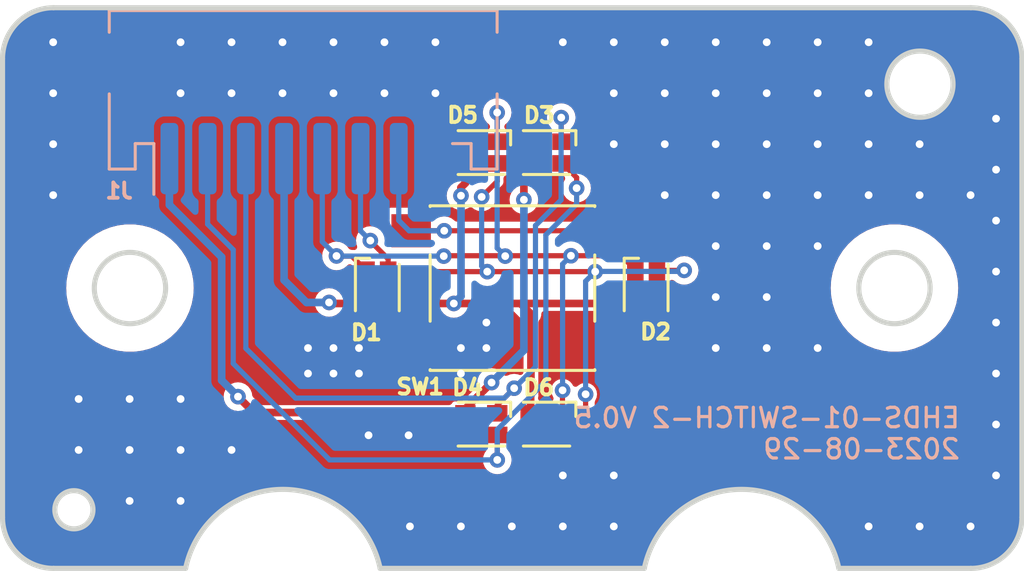
<source format=kicad_pcb>
(kicad_pcb (version 20221018) (generator pcbnew)
  (title_block (title "EHDS-01-Switch-2") (date "2024-01-18") (rev "V0.5") (company "Ovobot") (comment 1 "EHDS-01 Switch-2副板，V0.5，40x22x1.2mm ，FR4，2层，绿油白字，无铅喷锡"))
  (layers (0 "F.Cu" signal) (31 "B.Cu" signal) (34 "B.Paste" user) (35 "F.Paste" user) (36 "B.SilkS" user "B.Silkscreen") (37 "F.SilkS" user "F.Silkscreen") (38 "B.Mask" user) (39 "F.Mask" user) (44 "Edge.Cuts" user))
  (net 0 "")
  (net 1 "GND")
  (net 2 "/CHG_ON_LED")
  (net 3 "/CHG_DONE_LED")
  (net 4 "+3V3")
  (net 5 "/LED_BLUE")
  (net 6 "/LED_RED")
  (net 7 "/IR_OUT")
  (net 8 "VPP")
  (footprint "Ovo_LED_SMD:LED_Dual_1.6x1.5mm" (layer "F.Cu") (at 138.722199 94.387)
    (fp_text reference "D4" (at -0.538 -1.436 unlocked) (layer "F.SilkS") (effects (font (size 0.6 0.6))))
    (fp_text value "LED_Dual_Orange_Green_AKAK")
    (fp_line (start -0.91 -0.86) (end 1.15 -0.86) (stroke (width 0.12)) (layer "F.SilkS"))
    (fp_line (start -0.91 0.86) (end 0.91 0.86) (stroke (width 0.12)) (layer "F.SilkS"))
    (fp_line (start 1.15 -0.86) (end 1.15 -0.3) (stroke (width 0.12)) (layer "F.SilkS"))
    (pad "1" smd rect (at -0.625 0.425) (size 0.8 0.65) (layers "F.Cu" "F.Paste" "F.Mask") (net 8 "VPP"))
    (pad "2" smd rect (at 0.625 0.425) (size 0.8 0.65) (layers "F.Cu" "F.Paste" "F.Mask") (net 2 "/CHG_ON_LED"))
    (pad "3" smd rect (at -0.625 -0.425) (size 0.8 0.65) (layers "F.Cu" "F.Paste" "F.Mask") (net 8 "VPP"))
    (pad "4" smd rect (at 0.625 -0.425) (size 0.8 0.65) (layers "F.Cu" "F.Paste" "F.Mask") (net 3 "/CHG_DONE_LED"))
  )
  (footprint "Ovo_LED_SMD:LED_Dual_1.6x1.5mm" (layer "F.Cu") (at 145.190199 89.028 90)
    (fp_text reference "D2" (at -1.737 0.371 unlocked) (layer "F.SilkS") (effects (font (size 0.6 0.6))))
    (fp_text value "LED_Dual_Red_Blue_AKAK")
    (fp_line (start -0.91 -0.86) (end 1.15 -0.86) (stroke (width 0.12)) (layer "F.SilkS"))
    (fp_line (start -0.91 0.86) (end 0.91 0.86) (stroke (width 0.12)) (layer "F.SilkS"))
    (fp_line (start 1.15 -0.86) (end 1.15 -0.3) (stroke (width 0.12)) (layer "F.SilkS"))
    (pad "1" smd rect (at -0.625 0.425 90) (size 0.8 0.65) (layers "F.Cu" "F.Paste" "F.Mask") (net 4 "+3V3"))
    (pad "2" smd rect (at 0.625 0.425 90) (size 0.8 0.65) (layers "F.Cu" "F.Paste" "F.Mask") (net 6 "/LED_RED"))
    (pad "3" smd rect (at -0.625 -0.425 90) (size 0.8 0.65) (layers "F.Cu" "F.Paste" "F.Mask") (net 4 "+3V3"))
    (pad "4" smd rect (at 0.625 -0.425 90) (size 0.8 0.65) (layers "F.Cu" "F.Paste" "F.Mask") (net 5 "/LED_BLUE"))
  )
  (footprint "Ovo_LED_SMD:LED_Dual_1.6x1.5mm" (layer "F.Cu") (at 141.282199 94.387)
    (fp_text reference "D6" (at -0.304 -1.436 unlocked) (layer "F.SilkS") (effects (font (size 0.6 0.6))))
    (fp_text value "LED_Dual_Red_Blue_AKAK")
    (fp_line (start -0.91 -0.86) (end 1.15 -0.86) (stroke (width 0.12)) (layer "F.SilkS"))
    (fp_line (start -0.91 0.86) (end 0.91 0.86) (stroke (width 0.12)) (layer "F.SilkS"))
    (fp_line (start 1.15 -0.86) (end 1.15 -0.3) (stroke (width 0.12)) (layer "F.SilkS"))
    (pad "1" smd rect (at -0.625 0.425) (size 0.8 0.65) (layers "F.Cu" "F.Paste" "F.Mask") (net 4 "+3V3"))
    (pad "2" smd rect (at 0.625 0.425) (size 0.8 0.65) (layers "F.Cu" "F.Paste" "F.Mask") (net 6 "/LED_RED"))
    (pad "3" smd rect (at -0.625 -0.425) (size 0.8 0.65) (layers "F.Cu" "F.Paste" "F.Mask") (net 4 "+3V3"))
    (pad "4" smd rect (at 0.625 -0.425) (size 0.8 0.65) (layers "F.Cu" "F.Paste" "F.Mask") (net 5 "/LED_BLUE"))
  )
  (footprint "Button_Switch_SMD:SW_Push_1P1T_NO_6x6mm_H9.5mm" (layer "F.Cu") (at 139.944199 89.0488 180)
    (fp_text reference "SW1" (at 3.622 -3.8732) (layer "F.SilkS") (effects (font (size 0.6 0.6))))
    (fp_text value "6x6x5mm")
    (fp_line (start -3.23 -3.23) (end 3.23 -3.23) (stroke (width 0.12)) (layer "F.SilkS"))
    (fp_line (start -3.23 -3.2) (end -3.23 -3.23) (stroke (width 0.12)) (layer "F.SilkS"))
    (fp_line (start -3.23 -1.3) (end -3.23 1.3) (stroke (width 0.12)) (layer "F.SilkS"))
    (fp_line (start -3.23 3.23) (end -3.23 3.2) (stroke (width 0.12)) (layer "F.SilkS"))
    (fp_line (start -3.23 3.23) (end 3.23 3.23) (stroke (width 0.12)) (layer "F.SilkS"))
    (fp_line (start 3.23 -3.23) (end 3.23 -3.2) (stroke (width 0.12)) (layer "F.SilkS"))
    (fp_line (start 3.23 -1.3) (end 3.23 1.3) (stroke (width 0.12)) (layer "F.SilkS"))
    (fp_line (start 3.23 3.23) (end 3.23 3.2) (stroke (width 0.12)) (layer "F.SilkS"))
    (pad "1" smd rect (at -3.975 -2.25 180) (size 1.55 1.3) (layers "F.Cu" "F.Paste" "F.Mask") (net 1 "GND"))
    (pad "1" smd rect (at 3.975 -2.25 180) (size 1.55 1.3) (layers "F.Cu" "F.Paste" "F.Mask") (net 1 "GND"))
    (pad "2" smd rect (at -3.975 2.25 180) (size 1.55 1.3) (layers "F.Cu" "F.Paste" "F.Mask") (net 7 "/IR_OUT"))
    (pad "2" smd rect (at 3.975 2.25 180) (size 1.55 1.3) (layers "F.Cu" "F.Paste" "F.Mask") (net 7 "/IR_OUT"))
  )
  (footprint "Ovo_LED_SMD:LED_Dual_1.6x1.5mm" (layer "F.Cu") (at 134.641199 89.028 90)
    (fp_text reference "D1" (at -1.767 -0.429 unlocked) (layer "F.SilkS") (effects (font (size 0.6 0.6))))
    (fp_text value "LED_Dual_Red_Blue_AKAK")
    (fp_line (start -0.91 -0.86) (end 1.15 -0.86) (stroke (width 0.12)) (layer "F.SilkS"))
    (fp_line (start -0.91 0.86) (end 0.91 0.86) (stroke (width 0.12)) (layer "F.SilkS"))
    (fp_line (start 1.15 -0.86) (end 1.15 -0.3) (stroke (width 0.12)) (layer "F.SilkS"))
    (pad "1" smd rect (at -0.625 0.425 90) (size 0.8 0.65) (layers "F.Cu" "F.Paste" "F.Mask") (net 4 "+3V3"))
    (pad "2" smd rect (at 0.625 0.425 90) (size 0.8 0.65) (layers "F.Cu" "F.Paste" "F.Mask") (net 6 "/LED_RED"))
    (pad "3" smd rect (at -0.625 -0.425 90) (size 0.8 0.65) (layers "F.Cu" "F.Paste" "F.Mask") (net 4 "+3V3"))
    (pad "4" smd rect (at 0.625 -0.425 90) (size 0.8 0.65) (layers "F.Cu" "F.Paste" "F.Mask") (net 5 "/LED_BLUE"))
  )
  (footprint "Ovo_LED_SMD:LED_Dual_1.6x1.5mm" (layer "F.Cu") (at 141.282199 83.731)
    (fp_text reference "D3" (at -0.291 -1.464 unlocked) (layer "F.SilkS") (effects (font (size 0.6 0.6))))
    (fp_text value "LED_Dual_Orange_Green_AKAK")
    (fp_line (start -0.91 -0.86) (end 1.15 -0.86) (stroke (width 0.12)) (layer "F.SilkS"))
    (fp_line (start -0.91 0.86) (end 0.91 0.86) (stroke (width 0.12)) (layer "F.SilkS"))
    (fp_line (start 1.15 -0.86) (end 1.15 -0.3) (stroke (width 0.12)) (layer "F.SilkS"))
    (pad "1" smd rect (at -0.625 0.425) (size 0.8 0.65) (layers "F.Cu" "F.Paste" "F.Mask") (net 8 "VPP"))
    (pad "2" smd rect (at 0.625 0.425) (size 0.8 0.65) (layers "F.Cu" "F.Paste" "F.Mask") (net 2 "/CHG_ON_LED"))
    (pad "3" smd rect (at -0.625 -0.425) (size 0.8 0.65) (layers "F.Cu" "F.Paste" "F.Mask") (net 8 "VPP"))
    (pad "4" smd rect (at 0.625 -0.425) (size 0.8 0.65) (layers "F.Cu" "F.Paste" "F.Mask") (net 3 "/CHG_DONE_LED"))
  )
  (footprint "Ovo_LED_SMD:LED_Dual_1.6x1.5mm" (layer "F.Cu") (at 138.722199 83.731)
    (fp_text reference "D5" (at -0.732 -1.47 unlocked) (layer "F.SilkS") (effects (font (size 0.6 0.6) (thickness 0.15) bold)))
    (fp_text value "LED_Dual_Red_Blue_AKAK")
    (fp_line (start -0.91 -0.86) (end 1.15 -0.86) (stroke (width 0.12)) (layer "F.SilkS"))
    (fp_line (start -0.91 0.86) (end 0.91 0.86) (stroke (width 0.12)) (layer "F.SilkS"))
    (fp_line (start 1.15 -0.86) (end 1.15 -0.3) (stroke (width 0.12)) (layer "F.SilkS"))
    (pad "1" smd rect (at -0.625 0.425) (size 0.8 0.65) (layers "F.Cu" "F.Paste" "F.Mask") (net 4 "+3V3"))
    (pad "2" smd rect (at 0.625 0.425) (size 0.8 0.65) (layers "F.Cu" "F.Paste" "F.Mask") (net 6 "/LED_RED"))
    (pad "3" smd rect (at -0.625 -0.425) (size 0.8 0.65) (layers "F.Cu" "F.Paste" "F.Mask") (net 4 "+3V3"))
    (pad "4" smd rect (at 0.625 -0.425) (size 0.8 0.65) (layers "F.Cu" "F.Paste" "F.Mask") (net 5 "/LED_BLUE"))
  )
  (footprint "Ovo_Connector_JST:JST_ZH_S8B-ZR-SM4-TF_1x08-1MP_P1.50mm_Horizontal" (layer "B.Cu") (at 131.732199 82.3188)
    (fp_text reference "J1" (at -7.222 2.9162) (layer "B.SilkS") (effects (font (size 0.6 0.6)) (justify mirror)))
    (fp_text value "ZH1.5MM/8AWSMT")
    (fp_line (start -7.61 -4.16) (end 7.61 -4.16) (stroke (width 0.12)) (layer "B.SilkS"))
    (fp_line (start -7.61 -3.31) (end -7.61 -4.16) (stroke (width 0.12)) (layer "B.SilkS"))
    (fp_line (start -7.61 -0.89) (end -7.61 2.06) (stroke (width 0.12)) (layer "B.SilkS"))
    (fp_line (start -7.61 2.06) (end -6.59 2.06) (stroke (width 0.12)) (layer "B.SilkS"))
    (fp_line (start -6.59 1.06) (end -5.86 1.06) (stroke (width 0.12)) (layer "B.SilkS"))
    (fp_line (start -6.59 2.06) (end -6.59 1.06) (stroke (width 0.12)) (layer "B.SilkS"))
    (fp_line (start -5.86 1.06) (end -5.86 3.05) (stroke (width 0.12)) (layer "B.SilkS"))
    (fp_line (start 6.59 1.06) (end 5.86 1.06) (stroke (width 0.12)) (layer "B.SilkS"))
    (fp_line (start 6.59 2.06) (end 6.59 1.06) (stroke (width 0.12)) (layer "B.SilkS"))
    (fp_line (start 7.61 -4.16) (end 7.61 -3.31) (stroke (width 0.12)) (layer "B.SilkS"))
    (fp_line (start 7.61 -0.89) (end 7.61 2.06) (stroke (width 0.12)) (layer "B.SilkS"))
    (fp_line (start 7.61 2.06) (end 6.59 2.06) (stroke (width 0.12)) (layer "B.SilkS"))
    (pad "1" smd roundrect (at -5.25 1.65) (size 0.7 2.8) (layers "B.Cu" "B.Paste" "B.Mask") (net 8 "VPP"))
    (pad "2" smd roundrect (at -3.75 1.65) (size 0.7 2.8) (layers "B.Cu" "B.Paste" "B.Mask") (net 2 "/CHG_ON_LED"))
    (pad "3" smd roundrect (at -2.25 1.65) (size 0.7 2.8) (layers "B.Cu" "B.Paste" "B.Mask") (net 3 "/CHG_DONE_LED"))
    (pad "4" smd roundrect (at -0.75 1.65) (size 0.7 2.8) (layers "B.Cu" "B.Paste" "B.Mask") (net 4 "+3V3"))
    (pad "5" smd roundrect (at 0.75 1.65) (size 0.7 2.8) (layers "B.Cu" "B.Paste" "B.Mask") (net 5 "/LED_BLUE"))
    (pad "6" smd roundrect (at 2.25 1.65) (size 0.7 2.8) (layers "B.Cu" "B.Paste" "B.Mask") (net 6 "/LED_RED"))
    (pad "7" smd roundrect (at 3.75 1.65) (size 0.7 2.8) (layers "B.Cu" "B.Paste" "B.Mask") (net 7 "/IR_OUT"))
    (pad "8" smd roundrect (at 5.25 1.65) (size 0.7 2.8) (layers "B.Cu" "B.Paste" "B.Mask") (net 1 "GND"))
    (pad "MP" smd roundrect (at -7.2 -2.1) (size 1.1 1.9) (layers "B.Cu" "B.Paste" "B.Mask") (roundrect_rratio 0.2272727273) (net 1 "GND"))
    (pad "MP" smd roundrect (at 7.2 -2.1) (size 1.1 1.9) (layers "B.Cu" "B.Paste" "B.Mask") (roundrect_rratio 0.2272727273) (net 1 "GND"))
  )
  (gr_line (start 157.934933 78.047) (end 121.934933 78.047) (stroke (width 0.2)) (layer "Edge.Cuts"))
  (gr_arc (start 157.934933 78.047) (mid 159.349125 78.632798) (end 159.934933 80.047) (stroke (width 0.2)) (layer "Edge.Cuts"))
  (gr_arc (start 159.934933 98.047) (mid 159.349149 99.461226) (end 157.934933 100.047) (stroke (width 0.2)) (layer "Edge.Cuts"))
  (gr_arc (start 119.934933 80.047) (mid 120.520721 78.632798) (end 121.934933 78.047) (stroke (width 0.2)) (layer "Edge.Cuts"))
  (gr_circle (center 155.934933 81.047) (end 157.234933 81.047) (stroke (width 0.2)) (fill none) (layer "Edge.Cuts"))
  (gr_circle (center 122.734933 97.747) (end 123.484933 97.747) (stroke (width 0.2)) (fill none) (layer "Edge.Cuts"))
  (gr_line (start 134.752 100.047) (end 145.117866 100.047) (stroke (width 0.2)) (layer "Edge.Cuts"))
  (gr_line (start 159.934933 98.047) (end 159.934933 80.047) (stroke (width 0.2)) (layer "Edge.Cuts"))
  (gr_arc (start 145.117866 100.047) (mid 148.934933 96.947) (end 152.752 100.047) (stroke (width 0.2)) (layer "Edge.Cuts"))
  (gr_circle (center 154.934933 89.047) (end 156.334933 89.047) (stroke (width 0.2)) (fill none) (layer "Edge.Cuts"))
  (gr_arc (start 127.117866 100.047) (mid 130.934933 96.947) (end 134.752 100.047) (stroke (width 0.2)) (layer "Edge.Cuts"))
  (gr_line (start 119.934933 80.047) (end 119.934933 98.047) (stroke (width 0.2)) (layer "Edge.Cuts"))
  (gr_line (start 121.934933 100.047) (end 127.117866 100.047) (stroke (width 0.2)) (layer "Edge.Cuts"))
  (gr_circle (center 124.934933 89.047) (end 126.334933 89.047) (stroke (width 0.2)) (fill none) (layer "Edge.Cuts"))
  (gr_line (start 152.752 100.047) (end 157.934933 100.047) (stroke (width 0.2)) (layer "Edge.Cuts"))
  (gr_arc (start 121.934933 100.047) (mid 120.520697 99.461226) (end 119.934933 98.047) (stroke (width 0.2)) (layer "Edge.Cuts"))
  (gr_text "EHDS-01-SWITCH-2 V0.5\n2023-08-29\n\n\n" (at 157.571799 95.983) (layer "B.SilkS") (effects (font (size 0.762 0.762) (thickness 0.127)) (justify left mirror)))
  (via (at 151.921199 83.401) (size 0.6096) (drill 0.3048) (layers "F.Cu" "B.Cu") (net 1))
  (via (at 136.921199 79.401) (size 0.6096) (drill 0.3048) (layers "F.Cu" "B.Cu") (net 1))
  (via (at 143.921199 79.401) (size 0.6096) (drill 0.3048) (layers "F.Cu" "B.Cu") (net 1))
  (via (at 141.921199 79.401) (size 0.6096) (drill 0.3048) (layers "F.Cu" "B.Cu") (net 1))
  (via (at 121.921199 83.401) (size 0.6096) (drill 0.3048) (layers "F.Cu" "B.Cu") (net 1))
  (via (at 137.921199 92.401) (size 0.6096) (drill 0.3048) (layers "F.Cu" "B.Cu") (net 1))
  (via (at 158.921199 94.401) (size 0.6096) (drill 0.3048) (layers "F.Cu" "B.Cu") (net 1))
  (via (at 128.921199 95.401) (size 0.6096) (drill 0.3048) (layers "F.Cu" "B.Cu") (net 1))
  (via (at 136.921199 81.401) (size 0.6096) (drill 0.3048) (layers "F.Cu" "B.Cu") (net 1))
  (via (at 121.921199 85.401) (size 0.6096) (drill 0.3048) (layers "F.Cu" "B.Cu") (net 1))
  (via (at 155.921199 98.401) (size 0.6096) (drill 0.3048) (layers "F.Cu" "B.Cu") (net 1))
  (via (at 158.921199 96.401) (size 0.6096) (drill 0.3048) (layers "F.Cu" "B.Cu") (net 1))
  (via (at 137.921199 98.401) (size 0.6096) (drill 0.3048) (layers "F.Cu" "B.Cu") (net 1))
  (via (at 126.921199 97.401) (size 0.6096) (drill 0.3048) (layers "F.Cu" "B.Cu") (net 1))
  (via (at 143.921199 81.401) (size 0.6096) (drill 0.3048) (layers "F.Cu" "B.Cu") (net 1))
  (via (at 158.921199 86.401) (size 0.6096) (drill 0.3048) (layers "F.Cu" "B.Cu") (net 1))
  (via (at 130.921199 79.401) (size 0.6096) (drill 0.3048) (layers "F.Cu" "B.Cu") (net 1))
  (via (at 157.921199 98.401) (size 0.6096) (drill 0.3048) (layers "F.Cu" "B.Cu") (net 1))
  (via (at 153.921199 83.401) (size 0.6096) (drill 0.3048) (layers "F.Cu" "B.Cu") (net 1))
  (via (at 133.921199 91.401) (size 0.6096) (drill 0.3048) (layers "F.Cu" "B.Cu") (net 1))
  (via (at 149.921199 87.401) (size 0.6096) (drill 0.3048) (layers "F.Cu" "B.Cu") (net 1))
  (via (at 151.921199 87.401) (size 0.6096) (drill 0.3048) (layers "F.Cu" "B.Cu") (net 1))
  (via (at 132.921199 92.401) (size 0.6096) (drill 0.3048) (layers "F.Cu" "B.Cu") (net 1))
  (via (at 153.921199 85.401) (size 0.6096) (drill 0.3048) (layers "F.Cu" "B.Cu") (net 1))
  (via (at 124.921199 95.401) (size 0.6096) (drill 0.3048) (layers "F.Cu" "B.Cu") (net 1))
  (via (at 134.297199 94.824) (size 0.6096) (drill 0.3048) (layers "F.Cu" "B.Cu") (net 1))
  (via (at 126.921199 93.401) (size 0.6096) (drill 0.3048) (layers "F.Cu" "B.Cu") (net 1))
  (via (at 134.921199 79.401) (size 0.6096) (drill 0.3048) (layers "F.Cu" "B.Cu") (net 1))
  (via (at 124.921199 93.401) (size 0.6096) (drill 0.3048) (layers "F.Cu" "B.Cu") (net 1))
  (via (at 143.921199 98.401) (size 0.6096) (drill 0.3048) (layers "F.Cu" "B.Cu") (net 1))
  (via (at 121.921199 79.401) (size 0.6096) (drill 0.3048) (layers "F.Cu" "B.Cu") (net 1))
  (via (at 149.921199 83.401) (size 0.6096) (drill 0.3048) (layers "F.Cu" "B.Cu") (net 1))
  (via (at 132.921199 91.401) (size 0.6096) (drill 0.3048) (layers "F.Cu" "B.Cu") (net 1))
  (via (at 155.921199 83.401) (size 0.6096) (drill 0.3048) (layers "F.Cu" "B.Cu") (net 1))
  (via (at 151.921199 91.401) (size 0.6096) (drill 0.3048) (layers "F.Cu" "B.Cu") (net 1))
  (via (at 147.921199 85.401) (size 0.6096) (drill 0.3048) (layers "F.Cu" "B.Cu") (net 1))
  (via (at 124.921199 97.401) (size 0.6096) (drill 0.3048) (layers "F.Cu" "B.Cu") (net 1))
  (via (at 153.921199 98.401) (size 0.6096) (drill 0.3048) (layers "F.Cu" "B.Cu") (net 1))
  (via (at 149.921199 89.401) (size 0.6096) (drill 0.3048) (layers "F.Cu" "B.Cu") (net 1))
  (via (at 132.921199 79.401) (size 0.6096) (drill 0.3048) (layers "F.Cu" "B.Cu") (net 1))
  (via (at 139.921199 98.401) (size 0.6096) (drill 0.3048) (layers "F.Cu" "B.Cu") (net 1))
  (via (at 149.921199 85.401) (size 0.6096) (drill 0.3048) (layers "F.Cu" "B.Cu") (net 1))
  (via (at 122.921199 95.401) (size 0.6096) (drill 0.3048) (layers "F.Cu" "B.Cu") (net 1))
  (via (at 147.921199 89.401) (size 0.6096) (drill 0.3048) (layers "F.Cu" "B.Cu") (net 1))
  (via (at 133.921199 92.401) (size 0.6096) (drill 0.3048) (layers "F.Cu" "B.Cu") (net 1))
  (via (at 126.921199 95.401) (size 0.6096) (drill 0.3048) (layers "F.Cu" "B.Cu") (net 1))
  (via (at 149.921199 79.401) (size 0.6096) (drill 0.3048) (layers "F.Cu" "B.Cu") (net 1))
  (via (at 158.921199 82.401) (size 0.6096) (drill 0.3048) (layers "F.Cu" "B.Cu") (net 1))
  (via (at 126.921199 81.401) (size 0.6096) (drill 0.3048) (layers "F.Cu" "B.Cu") (net 1))
  (via (at 158.921199 88.401) (size 0.6096) (drill 0.3048) (layers "F.Cu" "B.Cu") (net 1))
  (via (at 121.921199 81.401) (size 0.6096) (drill 0.3048) (layers "F.Cu" "B.Cu") (net 1))
  (via (at 147.921199 81.401) (size 0.6096) (drill 0.3048) (layers "F.Cu" "B.Cu") (net 1))
  (via (at 138.921199 91.401) (size 0.6096) (drill 0.3048) (layers "F.Cu" "B.Cu") (net 1))
  (via (at 147.921199 87.401) (size 0.6096) (drill 0.3048) (layers "F.Cu" "B.Cu") (net 1))
  (via (at 151.921199 81.401) (size 0.6096) (drill 0.3048) (layers "F.Cu" "B.Cu") (net 1))
  (via (at 151.921199 79.401) (size 0.6096) (drill 0.3048) (layers "F.Cu" "B.Cu") (net 1))
  (via (at 128.921199 79.401) (size 0.6096) (drill 0.3048) (layers "F.Cu" "B.Cu") (net 1))
  (via (at 137.921199 91.401) (size 0.6096) (drill 0.3048) (layers "F.Cu" "B.Cu") (net 1))
  (via (at 145.921199 79.401) (size 0.6096) (drill 0.3048) (layers "F.Cu" "B.Cu") (net 1))
  (via (at 149.921199 91.401) (size 0.6096) (drill 0.3048) (layers "F.Cu" "B.Cu") (net 1))
  (via (at 149.921199 81.401) (size 0.6096) (drill 0.3048) (layers "F.Cu" "B.Cu") (net 1))
  (via (at 145.921199 81.401) (size 0.6096) (drill 0.3048) (layers "F.Cu" "B.Cu") (net 1))
  (via (at 135.921199 98.401) (size 0.6096) (drill 0.3048) (layers "F.Cu" "B.Cu") (net 1))
  (via (at 158.921199 90.401) (size 0.6096) (drill 0.3048) (layers "F.Cu" "B.Cu") (net 1))
  (via (at 151.921199 85.401) (size 0.6096) (drill 0.3048) (layers "F.Cu" "B.Cu") (net 1))
  (via (at 122.921199 93.401) (size 0.6096) (drill 0.3048) (layers "F.Cu" "B.Cu") (net 1))
  (via (at 131.921199 92.401) (size 0.6096) (drill 0.3048) (layers "F.Cu" "B.Cu") (net 1))
  (via (at 158.921199 92.401) (size 0.6096) (drill 0.3048) (layers "F.Cu" "B.Cu") (net 1))
  (via (at 135.869199 94.824) (size 0.6096) (drill 0.3048) (layers "F.Cu" "B.Cu") (net 1))
  (via (at 143.921199 96.401) (size 0.6096) (drill 0.3048) (layers "F.Cu" "B.Cu") (net 1))
  (via (at 153.921199 81.401) (size 0.6096) (drill 0.3048) (layers "F.Cu" "B.Cu") (net 1))
  (via (at 157.921199 85.401) (size 0.6096) (drill 0.3048) (layers "F.Cu" "B.Cu") (net 1))
  (via (at 134.921199 81.401) (size 0.6096) (drill 0.3048) (layers "F.Cu" "B.Cu") (net 1))
  (via (at 132.921199 81.401) (size 0.6096) (drill 0.3048) (layers "F.Cu" "B.Cu") (net 1))
  (via (at 155.921199 85.401) (size 0.6096) (drill 0.3048) (layers "F.Cu" "B.Cu") (net 1))
  (via (at 147.921199 79.401) (size 0.6096) (drill 0.3048) (layers "F.Cu" "B.Cu") (net 1))
  (via (at 145.921199 83.401) (size 0.6096) (drill 0.3048) (layers "F.Cu" "B.Cu") (net 1))
  (via (at 147.921199 83.401) (size 0.6096) (drill 0.3048) (layers "F.Cu" "B.Cu") (net 1))
  (via (at 126.921199 79.401) (size 0.6096) (drill 0.3048) (layers "F.Cu" "B.Cu") (net 1))
  (via (at 130.921199 81.401) (size 0.6096) (drill 0.3048) (layers "F.Cu" "B.Cu") (net 1))
  (via (at 143.921199 83.401) (size 0.6096) (drill 0.3048) (layers "F.Cu" "B.Cu") (net 1))
  (via (at 141.921199 98.401) (size 0.6096) (drill 0.3048) (layers "F.Cu" "B.Cu") (net 1))
  (via (at 128.921199 81.401) (size 0.6096) (drill 0.3048) (layers "F.Cu" "B.Cu") (net 1))
  (via (at 145.921199 85.401) (size 0.6096) (drill 0.3048) (layers "F.Cu" "B.Cu") (net 1))
  (via (at 141.921199 96.401) (size 0.6096) (drill 0.3048) (layers "F.Cu" "B.Cu") (net 1))
  (via (at 131.921199 91.401) (size 0.6096) (drill 0.3048) (layers "F.Cu" "B.Cu") (net 1))
  (via (at 153.921199 79.401) (size 0.6096) (drill 0.3048) (layers "F.Cu" "B.Cu") (net 1))
  (via (at 158.921199 84.401) (size 0.6096) (drill 0.3048) (layers "F.Cu" "B.Cu") (net 1))
  (via (at 147.921199 91.401) (size 0.6096) (drill 0.3048) (layers "F.Cu" "B.Cu") (net 1))
  (via (at 138.921199 90.401) (size 0.6096) (drill 0.3048) (layers "F.Cu" "B.Cu") (net 1))
  (segment (start 139.347199 94.812) (end 139.347199 95.79) (width 0.2032) (layer "F.Cu") (net 2))
  (segment (start 142.462299 85.126) (end 142.462299 84.7111) (width 0.2032) (layer "F.Cu") (net 2))
  (segment (start 139.347199 95.79) (end 139.348199 95.791) (width 0.2032) (layer "F.Cu") (net 2))
  (segment (start 142.462299 84.7111) (end 141.907199 84.156) (width 0.2032) (layer "F.Cu") (net 2))
  (via (at 139.348199 95.791) (size 0.6096) (drill 0.3048) (layers "F.Cu" "B.Cu") (net 2))
  (via (at 142.462299 85.126) (size 0.6096) (drill 0.3048) (layers "F.Cu" "B.Cu") (net 2))
  (segment (start 127.982199 86.54) (end 128.988199 87.546) (width 0.2032) (layer "B.Cu") (net 2))
  (segment (start 141.254199 86.961) (end 141.254199 92.697) (width 0.2032) (layer "B.Cu") (net 2))
  (segment (start 132.770199 95.791) (end 139.348199 95.791) (width 0.2032) (layer "B.Cu") (net 2))
  (segment (start 127.982199 83.9688) (end 127.982199 86.54) (width 0.2032) (layer "B.Cu") (net 2))
  (segment (start 142.462299 85.7529) (end 141.254199 86.961) (width 0.2032) (layer "B.Cu") (net 2))
  (segment (start 142.462299 85.126) (end 142.462299 85.7529) (width 0.2032) (layer "B.Cu") (net 2))
  (segment (start 141.254199 92.697) (end 139.348199 94.603) (width 0.2032) (layer "B.Cu") (net 2))
  (segment (start 139.348199 94.603) (end 139.348199 95.791) (width 0.2032) (layer "B.Cu") (net 2))
  (segment (start 128.988199 87.546) (end 128.988199 92.009) (width 0.2032) (layer "B.Cu") (net 2))
  (segment (start 128.988199 92.009) (end 132.770199 95.791) (width 0.2032) (layer "B.Cu") (net 2))
  (segment (start 141.858199 82.359) (end 141.858199 83.257) (width 0.2032) (layer "F.Cu") (net 3))
  (segment (start 140.011199 92.978) (end 139.347199 93.642) (width 0.2032) (layer "F.Cu") (net 3))
  (segment (start 141.858199 83.257) (end 141.907199 83.306) (width 0.2032) (layer "F.Cu") (net 3))
  (segment (start 139.347199 93.642) (end 139.347199 93.962) (width 0.2032) (layer "F.Cu") (net 3))
  (via (at 141.858199 82.359) (size 0.6096) (drill 0.3048) (layers "F.Cu" "B.Cu") (net 3))
  (via (at 140.011199 92.978) (size 0.6096) (drill 0.3048) (layers "F.Cu" "B.Cu") (net 3))
  (segment (start 140.847799 92.1414) (end 140.370199 92.619) (width 0.2032) (layer "B.Cu") (net 3))
  (segment (start 141.853199 82.364) (end 141.853199 85.589) (width 0.2032) (layer "B.Cu") (net 3))
  (segment (start 129.482199 91.414) (end 129.482199 83.9688) (width 0.2032) (layer "B.Cu") (net 3))
  (segment (start 140.370199 92.619) (end 139.623599 93.3656) (width 0.2032) (layer "B.Cu") (net 3))
  (segment (start 141.853199 85.589) (end 140.847799 86.5944) (width 0.2032) (layer "B.Cu") (net 3))
  (segment (start 141.858199 82.359) (end 141.853199 82.364) (width 0.2032) (layer "B.Cu") (net 3))
  (segment (start 139.623599 93.3656) (end 131.433799 93.3656) (width 0.2032) (layer "B.Cu") (net 3))
  (segment (start 131.433799 93.3656) (end 129.482199 91.414) (width 0.2032) (layer "B.Cu") (net 3))
  (segment (start 140.847799 86.5944) (end 140.847799 92.1414) (width 0.2032) (layer "B.Cu") (net 3))
  (segment (start 140.370199 92.619) (end 140.011199 92.978) (width 0.2032) (layer "B.Cu") (net 3))
  (segment (start 134.216199 89.653) (end 132.787199 89.653) (width 0.3) (layer "F.Cu") (net 4))
  (segment (start 138.097199 84.928) (end 137.92422 85.100979) (width 0.3) (layer "F.Cu") (net 4))
  (segment (start 137.643199 89.653) (end 145.615199 89.653) (width 0.3) (layer "F.Cu") (net 4))
  (segment (start 140.669199 90.063) (end 140.259199 89.653) (width 0.3) (layer "F.Cu") (net 4))
  (segment (start 140.657199 94.812) (end 140.657199 93.262553) (width 0.3) (layer "F.Cu") (net 4))
  (segment (start 140.669199 93.250553) (end 140.669199 90.063) (width 0.3) (layer "F.Cu") (net 4))
  (segment (start 138.097199 83.306) (end 138.097199 84.928) (width 0.3) (layer "F.Cu") (net 4))
  (segment (start 137.92422 85.100979) (end 137.92422 85.422926) (width 0.3) (layer "F.Cu") (net 4))
  (segment (start 132.787199 89.653) (end 132.747199 89.613) (width 0.3) (layer "F.Cu") (net 4))
  (segment (start 140.657199 93.262553) (end 140.669199 93.250553) (width 0.3) (layer "F.Cu") (net 4))
  (segment (start 134.216199 89.653) (end 137.643199 89.653) (width 0.3) (layer "F.Cu") (net 4))
  (via (at 137.643199 89.653) (size 0.6096) (drill 0.3048) (layers "F.Cu" "B.Cu") (net 4))
  (via (at 132.747199 89.613) (size 0.6096) (drill 0.3048) (layers "F.Cu" "B.Cu") (net 4))
  (via (at 137.92422 85.422926) (size 0.6096) (drill 0.3048) (layers "F.Cu" "B.Cu") (net 4))
  (segment (start 137.925199 85.429947) (end 137.921199 85.425947) (width 0.3) (layer "B.Cu") (net 4))
  (segment (start 131.862199 89.613) (end 130.982199 88.733) (width 0.3) (layer "B.Cu") (net 4))
  (segment (start 130.982199 88.733) (end 130.982199 83.9688) (width 0.3) (layer "B.Cu") (net 4))
  (segment (start 137.643199 89.653) (end 137.925199 89.371) (width 0.3) (layer "B.Cu") (net 4))
  (segment (start 132.747199 89.613) (end 131.862199 89.613) (width 0.3) (layer "B.Cu") (net 4))
  (segment (start 137.925199 89.371) (end 137.925199 85.429947) (width 0.3) (layer "B.Cu") (net 4))
  (segment (start 133.638199 87.795) (end 134.231199 88.388) (width 0.2032) (layer "F.Cu") (net 5))
  (segment (start 142.239199 87.779) (end 144.216199 87.779) (width 0.2032) (layer "F.Cu") (net 5))
  (segment (start 139.347199 83.306) (end 139.347199 82.164) (width 0.2032) (layer "F.Cu") (net 5))
  (segment (start 144.216199 87.779) (end 144.765199 88.328) (width 0.2032) (layer "F.Cu") (net 5))
  (segment (start 139.675099 87.779) (end 142.239199 87.779) (width 0.2032) (layer "F.Cu") (net 5))
  (segment (start 139.645299 87.779) (end 137.497099 87.779) (width 0.2032) (layer "F.Cu") (net 5))
  (segment (start 141.907199 93.962) (end 141.907199 93.064) (width 0.2032) (layer "F.Cu") (net 5))
  (segment (start 133.039199 87.788) (end 133.046199 87.795) (width 0.2032) (layer "F.Cu") (net 5))
  (segment (start 133.046199 87.795) (end 133.638199 87.795) (width 0.2032) (layer "F.Cu") (net 5))
  (segment (start 141.907199 93.064) (end 141.911199 93.06) (width 0.2032) (layer "F.Cu") (net 5))
  (segment (start 139.660199 87.7939) (end 139.645299 87.779) (width 0.2032) (layer "F.Cu") (net 5))
  (segment (start 144.765199 88.328) (end 144.765199 88.403) (width 0.2032) (layer "F.Cu") (net 5))
  (segment (start 139.347199 82.164) (end 139.344199 82.161) (width 0.2032) (layer "F.Cu") (net 5))
  (segment (start 139.660199 87.7939) (end 139.675099 87.779) (width 0.2032) (layer "F.Cu") (net 5))
  (via (at 141.911199 93.06) (size 0.6096) (drill 0.3048) (layers "F.Cu" "B.Cu") (net 5))
  (via (at 139.660199 87.7939) (size 0.6096) (drill 0.3048) (layers "F.Cu" "B.Cu") (net 5))
  (via (at 142.239199 87.779) (size 0.6096) (drill 0.3048) (layers "F.Cu" "B.Cu") (net 5))
  (via (at 137.248199 87.7939) (size 0.6096) (drill 0.3048) (layers "F.Cu" "B.Cu") (net 5))
  (via (at 133.039199 87.788) (size 0.6096) (drill 0.3048) (layers "F.Cu" "B.Cu") (net 5))
  (via (at 139.344199 82.161) (size 0.6096) (drill 0.3048) (layers "F.Cu" "B.Cu") (net 5))
  (segment (start 141.911199 88.107) (end 142.239199 87.779) (width 0.2032) (layer "B.Cu") (net 5))
  (segment (start 133.039199 87.788) (end 133.045099 87.7939) (width 0.2032) (layer "B.Cu") (net 5))
  (segment (start 141.911199 93.06) (end 141.911199 88.107) (width 0.2032) (layer "B.Cu") (net 5))
  (segment (start 133.045099 87.7939) (end 137.248199 87.7939) (width 0.2032) (layer "B.Cu") (net 5))
  (segment (start 139.660199 87.7939) (end 139.344199 87.4779) (width 0.2032) (layer "B.Cu") (net 5))
  (segment (start 132.482199 87.231) (end 132.482199 83.9688) (width 0.2032) (layer "B.Cu") (net 5))
  (segment (start 139.344199 87.4779) (end 139.344199 82.161) (width 0.2032) (layer "B.Cu") (net 5))
  (segment (start 133.039199 87.788) (end 132.482199 87.231) (width 0.2032) (layer "B.Cu") (net 5))
  (segment (start 135.066199 87.9028) (end 135.066199 88.403) (width 0.2032) (layer "F.Cu") (net 6))
  (segment (start 139.347199 84.8589) (end 139.347199 84.156) (width 0.2032) (layer "F.Cu") (net 6))
  (segment (start 142.814701 93.215) (end 142.814701 94.225498) (width 0.2032) (layer "F.Cu") (net 6))
  (segment (start 134.367199 87.1848) (end 134.367199 87.2038) (width 0.2032) (layer "F.Cu") (net 6))
  (segment (start 134.367199 87.2038) (end 135.066199 87.9028) (width 0.2032) (layer "F.Cu") (net 6))
  (segment (start 135.066199 88.403) (end 138.955199 88.403) (width 0.2032) (layer "F.Cu") (net 6))
  (segment (start 142.814701 94.225498) (end 142.228199 94.812) (width 0.2032) (layer "F.Cu") (net 6))
  (segment (start 146.683199 88.354) (end 145.664199 88.354) (width 0.2032) (layer "F.Cu") (net 6))
  (segment (start 138.735099 85.471) (end 139.347199 84.8589) (width 0.2032) (layer "F.Cu") (net 6))
  (segment (start 143.191199 88.403) (end 138.955199 88.403) (width 0.2032) (layer "F.Cu") (net 6))
  (segment (start 142.228199 94.812) (end 141.907199 94.812) (width 0.2032) (layer "F.Cu") (net 6))
  (via (at 138.735099 85.471) (size 0.6096) (drill 0.3048) (layers "F.Cu" "B.Cu") (net 6))
  (via (at 142.814701 93.215) (size 0.6096) (drill 0.3048) (layers "F.Cu" "B.Cu") (net 6))
  (via (at 138.955199 88.403) (size 0.6096) (drill 0.3048) (layers "F.Cu" "B.Cu") (net 6))
  (via (at 143.191199 88.403) (size 0.6096) (drill 0.3048) (layers "F.Cu" "B.Cu") (net 6))
  (via (at 134.367199 87.1848) (size 0.6096) (drill 0.3048) (layers "F.Cu" "B.Cu") (net 6))
  (via (at 146.683199 88.354) (size 0.6096) (drill 0.3048) (layers "F.Cu" "B.Cu") (net 6))
  (segment (start 143.200199 88.394) (end 143.191199 88.403) (width 0.2032) (layer "B.Cu") (net 6))
  (segment (start 146.643199 88.394) (end 143.200199 88.394) (width 0.2032) (layer "B.Cu") (net 6))
  (segment (start 142.814701 88.779498) (end 143.191199 88.403) (width 0.2032) (layer "B.Cu") (net 6))
  (segment (start 133.982199 86.7998) (end 133.982199 83.9688) (width 0.2032) (layer "B.Cu") (net 6))
  (segment (start 134.367199 87.1848) (end 133.982199 86.7998) (width 0.2032) (layer "B.Cu") (net 6))
  (segment (start 142.814701 93.215) (end 142.814701 88.779498) (width 0.2032) (layer "B.Cu") (net 6))
  (segment (start 138.735099 88.1829) (end 138.955199 88.403) (width 0.2032) (layer "B.Cu") (net 6))
  (segment (start 138.735099 85.471) (end 138.735099 88.1829) (width 0.2032) (layer "B.Cu") (net 6))
  (segment (start 135.969199 86.7988) (end 137.267199 86.7988) (width 0.2032) (layer "F.Cu") (net 7))
  (segment (start 137.267199 86.7988) (end 143.919199 86.7988) (width 0.2032) (layer "F.Cu") (net 7))
  (via (at 137.267199 86.7988) (size 0.6096) (drill 0.3048) (layers "F.Cu" "B.Cu") (net 7))
  (segment (start 137.267199 86.7988) (end 135.887999 86.7988) (width 0.2032) (layer "B.Cu") (net 7))
  (segment (start 135.482199 86.393) (end 135.482199 83.9688) (width 0.2032) (layer "B.Cu") (net 7))
  (segment (start 135.887999 86.7988) (end 135.482199 86.393) (width 0.2032) (layer "B.Cu") (net 7))
  (segment (start 138.097199 93.784) (end 138.097199 94.486) (width 0.3) (layer "F.Cu") (net 8))
  (segment (start 138.097199 93.962) (end 138.097199 94.486) (width 0.3) (layer "F.Cu") (net 8))
  (segment (start 140.392999 85.5822) (end 140.392999 84.8562) (width 0.3) (layer "F.Cu") (net 8))
  (segment (start 139.125199 92.756) (end 138.097199 93.784) (width 0.3) (layer "F.Cu") (net 8))
  (segment (start 140.392999 84.8562) (end 140.632199 84.617) (width 0.3) (layer "F.Cu") (net 8))
  (segment (start 129.173699 93.3085) (end 129.797199 93.932) (width 0.3) (layer "F.Cu") (net 8))
  (segment (start 138.097199 94.486) (end 138.097199 94.812) (width 0.3) (layer "F.Cu") (net 8))
  (segment (start 129.797199 93.932) (end 138.067199 93.932) (width 0.3) (layer "F.Cu") (net 8))
  (segment (start 138.067199 93.932) (end 138.097199 93.962) (width 0.3) (layer "F.Cu") (net 8))
  (segment (start 140.632199 84.617) (end 140.632199 83.331) (width 0.3) (layer "F.Cu") (net 8))
  (via (at 139.125199 92.756) (size 0.6096) (drill 0.3048) (layers "F.Cu" "B.Cu") (net 8))
  (via (at 129.173699 93.3085) (size 0.6096) (drill 0.3048) (layers "F.Cu" "B.Cu") (net 8))
  (via (at 140.392999 85.5822) (size 0.6096) (drill 0.3048) (layers "F.Cu" "B.Cu") (net 8))
  (segment (start 140.392999 91.4882) (end 139.125199 92.756) (width 0.3) (layer "B.Cu") (net 8))
  (segment (start 126.482199 85.783) (end 126.482199 83.9688) (width 0.3) (layer "B.Cu") (net 8))
  (segment (start 128.533399 92.6682) (end 128.533399 87.8342) (width 0.3) (layer "B.Cu") (net 8))
  (segment (start 129.173699 93.3085) (end 128.533399 92.6682) (width 0.3) (layer "B.Cu") (net 8))
  (segment (start 140.392999 85.5822) (end 140.392999 91.4882) (width 0.3) (layer "B.Cu") (net 8))
  (segment (start 128.533399 87.8342) (end 126.482199 85.783) (width 0.3) (layer "B.Cu") (net 8))
  (zone (net 1) (net_name "GND") (layers "F&B.Cu") (connect_pads yes (clearance 0.254)) (min_thickness 0.254) (fill yes (thermal_gap 0.508) (thermal_bridge_width 0.508))
    (polygon (pts (xy 159.959399 100.047) (xy 119.928999 100.047) (xy 119.928999 78.0506) (xy 159.959399 78.0506)))
  )
  (zone (net 0) (net_name "") (layers "F&B.Cu") (connect_pads (clearance 0)) (min_thickness 0.254)
    (keepout (tracks not_allowed) (vias not_allowed) (pads not_allowed) (copperpour not_allowed) (footprints not_allowed))
    (fill (thermal_gap 0.508) (thermal_bridge_width 0.508))
    (polygon (pts (xy 157.439876 89.047) (xy 157.420124 88.733047) (xy 157.361179 88.424046) (xy 157.26397 88.124869) (xy 157.130031 87.840235) (xy 156.961474 87.574631) (xy 156.760958 87.332249) (xy 156.531644 87.116908) (xy 156.277149 86.932007) (xy 156.001486 86.78046) (xy 155.709003 86.664658) (xy 155.404313 86.586426) (xy 155.09222 86.547) (xy 154.777646 86.547) (xy 154.465553 86.586426) (xy 154.160863 86.664658) (xy 153.86838 86.78046) (xy 153.592717 86.932007) (xy 153.338222 87.116908) (xy 153.108908 87.332249) (xy 152.908392 87.574631) (xy 152.739835 87.840235) (xy 152.605896 88.124869) (xy 152.508687 88.424046) (xy 152.449742 88.733047) (xy 152.42999 89.047) (xy 152.449742 89.360953) (xy 152.508687 89.669954) (xy 152.605896 89.969131) (xy 152.739835 90.253765) (xy 152.908392 90.519369) (xy 153.108908 90.761751) (xy 153.338222 90.977092) (xy 153.592717 91.161993) (xy 153.86838 91.31354) (xy 154.160863 91.429342) (xy 154.465553 91.507574) (xy 154.777646 91.547) (xy 155.09222 91.547) (xy 155.404313 91.507574) (xy 155.709003 91.429342) (xy 156.001486 91.31354) (xy 156.277149 91.161993) (xy 156.531644 90.977092) (xy 156.760958 90.761751) (xy 156.961474 90.519369) (xy 157.130031 90.253765) (xy 157.26397 89.969131) (xy 157.361179 89.669954) (xy 157.420124 89.360953)))
  )
  (zone (net 0) (net_name "") (layers "F&B.Cu") (connect_pads (clearance 0)) (min_thickness 0.254)
    (keepout (tracks not_allowed) (vias not_allowed) (pads not_allowed) (copperpour not_allowed) (footprints not_allowed))
    (fill (thermal_gap 0.508) (thermal_bridge_width 0.508))
    (polygon (pts (xy 127.439876 89.047) (xy 127.420124 88.733047) (xy 127.361179 88.424046) (xy 127.26397 88.124869) (xy 127.130031 87.840235) (xy 126.961474 87.574631) (xy 126.760958 87.332249) (xy 126.531644 87.116908) (xy 126.277149 86.932007) (xy 126.001486 86.78046) (xy 125.709003 86.664658) (xy 125.404313 86.586426) (xy 125.09222 86.547) (xy 124.777646 86.547) (xy 124.465553 86.586426) (xy 124.160863 86.664658) (xy 123.86838 86.78046) (xy 123.592717 86.932007) (xy 123.338222 87.116908) (xy 123.108908 87.332249) (xy 122.908392 87.574631) (xy 122.739835 87.840235) (xy 122.605896 88.124869) (xy 122.508687 88.424046) (xy 122.449742 88.733047) (xy 122.42999 89.047) (xy 122.449742 89.360953) (xy 122.508687 89.669954) (xy 122.605896 89.969131) (xy 122.739835 90.253765) (xy 122.908392 90.519369) (xy 123.108908 90.761751) (xy 123.338222 90.977092) (xy 123.592717 91.161993) (xy 123.86838 91.31354) (xy 124.160863 91.429342) (xy 124.465553 91.507574) (xy 124.777646 91.547) (xy 125.09222 91.547) (xy 125.404313 91.507574) (xy 125.709003 91.429342) (xy 126.001486 91.31354) (xy 126.277149 91.161993) (xy 126.531644 90.977092) (xy 126.760958 90.761751) (xy 126.961474 90.519369) (xy 127.130031 90.253765) (xy 127.26397 89.969131) (xy 127.361179 89.669954) (xy 127.420124 89.360953)))
  )
)
</source>
